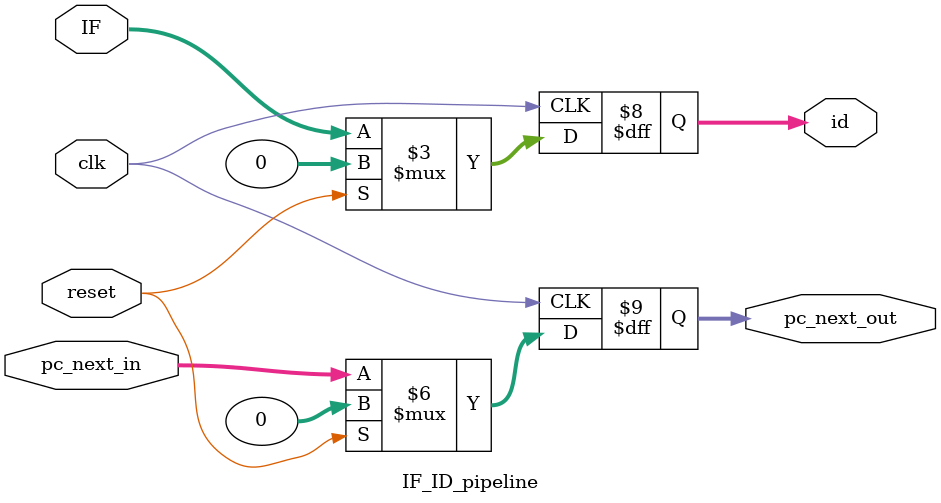
<source format=v>
module IF_ID_pipeline(
    pc_next_in, // 32 bits (PC + 4)
    IF, // 32 bits instruction (instruction fetch)
    reset, //reset signal for this pipeline module
    clk, //clk signal

    pc_next_out, // 32 bits (PC + 4)
    id, //32 bits  (instruction decode)
); //Instruction Fetching and decoding pipeline

    input clk, reset;
    input [31:0] IF, pc_next_in;
    output reg [31:0] id, pc_next_out;

    always @(posedge clk)
    begin
        if(reset)
        //assign zero for all registers
        begin
            pc_next_out <= 32'd0;
            id <= 32'd0;    
        end 
        else
        begin
	    pc_next_out <= pc_next_in;
            id <= IF;
	
        end 
        
    end
    
endmodule
</source>
